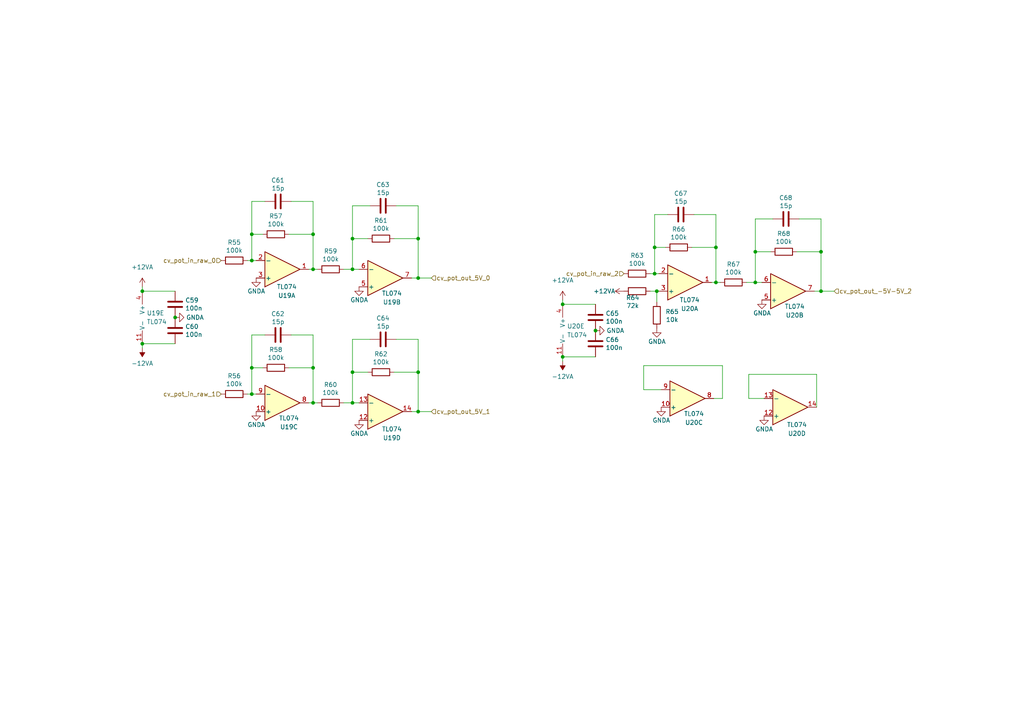
<source format=kicad_sch>
(kicad_sch (version 20211123) (generator eeschema)
  (paper "A4")
  (lib_symbols
    (symbol "Amplifier_Operational:TL074" (pin_names (offset 0.127))
      (property "Reference" "U" (at 0 5.08 0))
      (property "Value" "TL074" (at 0 -5.08 0))
      (symbol "TL074_1_1"
        (polyline (pts (xy -5.08 5.08) (xy 5.08 0) (xy -5.08 -5.08) (xy -5.08 5.08)) (stroke (width 0.254)) (fill (type background)))
        (pin output line (at 7.62 0 180) (length 2.54) (name "~") (number "1"))
        (pin input line (at -7.62 -2.54 0) (length 2.54) (name "-") (number "2"))
        (pin input line (at -7.62 2.54 0) (length 2.54) (name "+") (number "3"))
      )
      (symbol "TL074_2_1"
        (polyline (pts (xy -5.08 5.08) (xy 5.08 0) (xy -5.08 -5.08) (xy -5.08 5.08)) (stroke (width 0.254)) (fill (type background)))
        (pin input line (at -7.62 2.54 0) (length 2.54) (name "+") (number "5"))
        (pin input line (at -7.62 -2.54 0) (length 2.54) (name "-") (number "6"))
        (pin output line (at 7.62 0 180) (length 2.54) (name "~") (number "7"))
      )
      (symbol "TL074_3_1"
        (polyline (pts (xy -5.08 5.08) (xy 5.08 0) (xy -5.08 -5.08) (xy -5.08 5.08)) (stroke (width 0.254)) (fill (type background)))
        (pin input line (at -7.62 2.54 0) (length 2.54) (name "+") (number "10"))
        (pin output line (at 7.62 0 180) (length 2.54) (name "~") (number "8"))
        (pin input line (at -7.62 -2.54 0) (length 2.54) (name "-") (number "9"))
      )
      (symbol "TL074_4_1"
        (polyline (pts (xy -5.08 5.08) (xy 5.08 0) (xy -5.08 -5.08) (xy -5.08 5.08)) (stroke (width 0.254)) (fill (type background)))
        (pin input line (at -7.62 2.54 0) (length 2.54) (name "+") (number "12"))
        (pin input line (at -7.62 -2.54 0) (length 2.54) (name "-") (number "13"))
        (pin output line (at 7.62 0 180) (length 2.54) (name "~") (number "14"))
      )
      (symbol "TL074_5_1"
        (pin power_in line (at -2.54 -7.62 90) (length 3.81) (name "V-") (number "11"))
        (pin power_in line (at -2.54 7.62 270) (length 3.81) (name "V+") (number "4"))
      )
    )
    (symbol "Device:C" (pin_numbers hide) (pin_names (offset 0.254))
      (property "Reference" "C" (at 0.635 2.54 0))
      (property "Value" "C" (at 0.635 -2.54 0))
      (symbol "C_0_1"
        (polyline (pts (xy -2.032 -0.762) (xy 2.032 -0.762)) (stroke (width 0.508)))
        (polyline (pts (xy -2.032 0.762) (xy 2.032 0.762)) (stroke (width 0.508)))
      )
      (symbol "C_1_1"
        (pin passive line (at 0 3.81 270) (length 2.794) (name "~") (number "1"))
        (pin passive line (at 0 -3.81 90) (length 2.794) (name "~") (number "2"))
      )
    )
    (symbol "Device:R" (pin_numbers hide) (pin_names (offset 0))
      (property "Reference" "R" (at 2.032 0 90))
      (property "Value" "R" (at 0 0 90))
      (symbol "R_0_1"
        (rectangle (start -1.016 -2.54) (end 1.016 2.54) (stroke (width 0.254)))
      )
      (symbol "R_1_1"
        (pin passive line (at 0 3.81 270) (length 1.27) (name "~") (number "1"))
        (pin passive line (at 0 -3.81 90) (length 1.27) (name "~") (number "2"))
      )
    )
    (symbol "power:+12VA" (power) (pin_names (offset 0))
      (property "Value" "+12VA" (at 0 3.556 0))
      (symbol "+12VA_0_1"
        (polyline (pts (xy -0.762 1.27) (xy 0 2.54)))
        (polyline (pts (xy 0 0) (xy 0 2.54)))
        (polyline (pts (xy 0 2.54) (xy 0.762 1.27)))
      )
      (symbol "+12VA_1_1"
        (pin power_in line (at 0 0 90) (length 0) hide (name "+12VA") (number "1"))
      )
    )
    (symbol "power:-12VA" (power) (pin_names (offset 0))
      (property "Value" "-12VA" (at 0 3.556 0))
      (symbol "-12VA_0_0"
        (pin power_in line (at 0 0 90) (length 0) hide (name "-12VA") (number "1"))
      )
      (symbol "-12VA_0_1"
        (polyline (pts (xy 0 0) (xy 0 1.27) (xy 0.762 1.27) (xy 0 2.54) (xy -0.762 1.27) (xy 0 1.27)) (fill (type outline)))
      )
    )
    (symbol "power:GNDA" (power) (pin_names (offset 0))
      (property "Value" "GNDA" (at 0 -3.81 0))
      (symbol "GNDA_0_1"
        (polyline (pts (xy 0 0) (xy 0 -1.27) (xy 1.27 -1.27) (xy 0 -2.54) (xy -1.27 -1.27) (xy 0 -1.27)))
      )
      (symbol "GNDA_1_1"
        (pin power_in line (at 0 0 270) (length 0) hide (name "GNDA") (number "1"))
      )
    )
  )
  (junction (at 102.235 69.215))
  (junction (at 73.025 67.945))
  (junction (at 238.125 73.025))
  (junction (at 190.5 84.455))
  (junction (at 102.235 107.95))
  (junction (at 163.195 103.505))
  (junction (at 219.075 73.025))
  (junction (at 207.645 81.915))
  (junction (at 189.865 71.755))
  (junction (at 189.865 79.375))
  (junction (at 102.235 78.105))
  (junction (at 172.72 95.885))
  (junction (at 50.8 92.075))
  (junction (at 73.025 114.3))
  (junction (at 41.275 84.455))
  (junction (at 121.285 107.95))
  (junction (at 90.805 106.68))
  (junction (at 121.285 119.38))
  (junction (at 73.025 106.68))
  (junction (at 207.645 71.755))
  (junction (at 219.075 81.915))
  (junction (at 121.285 69.215))
  (junction (at 41.275 99.695))
  (junction (at 73.025 75.565))
  (junction (at 90.805 116.84))
  (junction (at 163.195 88.265))
  (junction (at 121.285 80.645))
  (junction (at 238.125 84.455))
  (junction (at 90.805 67.945))
  (junction (at 102.235 116.84))
  (junction (at 90.805 78.105))
  (wire (pts (xy 102.235 69.215) (xy 106.68 69.215)))
  (wire (pts (xy 107.315 59.69) (xy 102.235 59.69)))
  (wire (pts (xy 186.69 106.045) (xy 209.55 106.045)))
  (wire (pts (xy 90.805 106.68) (xy 90.805 116.84)))
  (wire (pts (xy 71.755 75.565) (xy 73.025 75.565)))
  (wire (pts (xy 90.805 78.105) (xy 89.535 78.105)))
  (wire (pts (xy 201.295 62.23) (xy 207.645 62.23)))
  (wire (pts (xy 99.695 78.105) (xy 102.235 78.105)))
  (wire (pts (xy 121.285 69.215) (xy 121.285 80.645)))
  (wire (pts (xy 238.125 73.025) (xy 238.125 84.455)))
  (wire (pts (xy 224.155 63.5) (xy 219.075 63.5)))
  (wire (pts (xy 207.645 81.915) (xy 208.915 81.915)))
  (wire (pts (xy 99.695 116.84) (xy 102.235 116.84)))
  (wire (pts (xy 217.17 115.57) (xy 221.615 115.57)))
  (wire (pts (xy 231.14 73.025) (xy 238.125 73.025)))
  (wire (pts (xy 190.5 84.455) (xy 188.595 84.455)))
  (wire (pts (xy 172.72 103.505) (xy 163.195 103.505)))
  (wire (pts (xy 217.17 115.57) (xy 217.17 108.585)))
  (wire (pts (xy 102.235 69.215) (xy 102.235 78.105)))
  (wire (pts (xy 207.01 115.57) (xy 209.55 115.57)))
  (wire (pts (xy 163.195 86.995) (xy 163.195 88.265)))
  (wire (pts (xy 163.195 88.265) (xy 172.72 88.265)))
  (wire (pts (xy 189.865 71.755) (xy 193.04 71.755)))
  (wire (pts (xy 102.235 107.95) (xy 106.68 107.95)))
  (wire (pts (xy 73.025 106.68) (xy 76.2 106.68)))
  (wire (pts (xy 121.285 119.38) (xy 119.38 119.38)))
  (wire (pts (xy 207.645 62.23) (xy 207.645 71.755)))
  (wire (pts (xy 207.645 81.915) (xy 206.375 81.915)))
  (wire (pts (xy 76.835 97.155) (xy 73.025 97.155)))
  (wire (pts (xy 83.82 67.945) (xy 90.805 67.945)))
  (wire (pts (xy 189.865 62.23) (xy 189.865 71.755)))
  (wire (pts (xy 190.5 84.455) (xy 190.5 87.63)))
  (wire (pts (xy 188.595 79.375) (xy 189.865 79.375)))
  (wire (pts (xy 102.235 107.95) (xy 102.235 116.84)))
  (wire (pts (xy 231.775 63.5) (xy 238.125 63.5)))
  (wire (pts (xy 90.805 67.945) (xy 90.805 78.105)))
  (wire (pts (xy 107.315 98.425) (xy 102.235 98.425)))
  (wire (pts (xy 73.025 75.565) (xy 74.295 75.565)))
  (wire (pts (xy 83.82 106.68) (xy 90.805 106.68)))
  (wire (pts (xy 73.025 67.945) (xy 76.2 67.945)))
  (wire (pts (xy 90.805 97.155) (xy 90.805 106.68)))
  (wire (pts (xy 41.275 84.455) (xy 50.8 84.455)))
  (wire (pts (xy 90.805 78.105) (xy 92.075 78.105)))
  (wire (pts (xy 76.835 58.42) (xy 73.025 58.42)))
  (wire (pts (xy 41.275 83.185) (xy 41.275 84.455)))
  (wire (pts (xy 186.69 113.03) (xy 191.77 113.03)))
  (wire (pts (xy 73.025 97.155) (xy 73.025 106.68)))
  (wire (pts (xy 236.855 108.585) (xy 236.855 118.11)))
  (wire (pts (xy 73.025 114.3) (xy 74.295 114.3)))
  (wire (pts (xy 209.55 106.045) (xy 209.55 115.57)))
  (wire (pts (xy 102.235 78.105) (xy 104.14 78.105)))
  (wire (pts (xy 90.805 58.42) (xy 90.805 67.945)))
  (wire (pts (xy 219.075 63.5) (xy 219.075 73.025)))
  (wire (pts (xy 190.5 84.455) (xy 191.135 84.455)))
  (wire (pts (xy 200.66 71.755) (xy 207.645 71.755)))
  (wire (pts (xy 102.235 59.69) (xy 102.235 69.215)))
  (wire (pts (xy 219.075 73.025) (xy 223.52 73.025)))
  (wire (pts (xy 114.3 69.215) (xy 121.285 69.215)))
  (wire (pts (xy 41.275 100.965) (xy 41.275 99.695)))
  (wire (pts (xy 73.025 58.42) (xy 73.025 67.945)))
  (wire (pts (xy 163.195 104.775) (xy 163.195 103.505)))
  (wire (pts (xy 121.285 98.425) (xy 121.285 107.95)))
  (wire (pts (xy 186.69 113.03) (xy 186.69 106.045)))
  (wire (pts (xy 121.285 107.95) (xy 121.285 119.38)))
  (wire (pts (xy 193.675 62.23) (xy 189.865 62.23)))
  (wire (pts (xy 71.755 114.3) (xy 73.025 114.3)))
  (wire (pts (xy 84.455 58.42) (xy 90.805 58.42)))
  (wire (pts (xy 121.285 119.38) (xy 125.095 119.38)))
  (wire (pts (xy 114.3 107.95) (xy 121.285 107.95)))
  (wire (pts (xy 73.025 75.565) (xy 73.025 67.945)))
  (wire (pts (xy 102.235 98.425) (xy 102.235 107.95)))
  (wire (pts (xy 102.235 116.84) (xy 104.14 116.84)))
  (wire (pts (xy 73.025 114.3) (xy 73.025 106.68)))
  (wire (pts (xy 50.8 99.695) (xy 41.275 99.695)))
  (wire (pts (xy 189.865 79.375) (xy 189.865 71.755)))
  (wire (pts (xy 90.805 116.84) (xy 92.075 116.84)))
  (wire (pts (xy 121.285 59.69) (xy 121.285 69.215)))
  (wire (pts (xy 217.17 108.585) (xy 236.855 108.585)))
  (wire (pts (xy 219.075 81.915) (xy 220.98 81.915)))
  (wire (pts (xy 238.125 63.5) (xy 238.125 73.025)))
  (wire (pts (xy 207.645 71.755) (xy 207.645 81.915)))
  (wire (pts (xy 90.805 116.84) (xy 89.535 116.84)))
  (wire (pts (xy 114.935 98.425) (xy 121.285 98.425)))
  (wire (pts (xy 121.285 80.645) (xy 125.095 80.645)))
  (wire (pts (xy 114.935 59.69) (xy 121.285 59.69)))
  (wire (pts (xy 189.865 79.375) (xy 191.135 79.375)))
  (wire (pts (xy 84.455 97.155) (xy 90.805 97.155)))
  (wire (pts (xy 238.125 84.455) (xy 241.935 84.455)))
  (wire (pts (xy 219.075 73.025) (xy 219.075 81.915)))
  (wire (pts (xy 238.125 84.455) (xy 236.22 84.455)))
  (wire (pts (xy 121.285 80.645) (xy 119.38 80.645)))
  (wire (pts (xy 216.535 81.915) (xy 219.075 81.915)))
  (hierarchical_label "cv_pot_out_-5V-5V_2" (shape input) (at 241.935 84.455 0))
  (hierarchical_label "cv_pot_in_raw_1" (shape input) (at 64.135 114.3 180))
  (hierarchical_label "cv_pot_out_5V_1" (shape input) (at 125.095 119.38 0))
  (hierarchical_label "cv_pot_out_5V_0" (shape input) (at 125.095 80.645 0))
  (hierarchical_label "cv_pot_in_raw_0" (shape input) (at 64.135 75.565 180))
  (hierarchical_label "cv_pot_in_raw_2" (shape input) (at 180.975 79.375 180))
  (symbol (lib_id "Device:R") (at 110.49 107.95 270) (unit 1)
    (property "Reference" "R62" (at 110.49 102.6922 90))
    (property "Value" "100k" (at 110.49 105.0036 90))
    (property "Footprint" "Resistor_SMD:R_0603_1608Metric" (effects hide))
    (property "LCSC" "C25804" (effects hide))
  )
  (symbol (lib_id "Device:R") (at 95.885 116.84 270) (unit 1)
    (property "Reference" "R60" (at 95.885 111.5822 90))
    (property "Value" "100k" (at 95.885 113.8936 90))
    (property "Footprint" "Resistor_SMD:R_0603_1608Metric" (effects hide))
    (property "LCSC" "C25804" (effects hide))
  )
  (symbol (lib_id "Device:R") (at 80.01 67.945 270) (unit 1)
    (property "Reference" "R57" (at 80.01 62.6872 90))
    (property "Value" "100k" (at 80.01 64.9986 90))
    (property "Footprint" "Resistor_SMD:R_0603_1608Metric" (effects hide))
    (property "LCSC" "C25804" (effects hide))
  )
  (symbol (lib_id "power:+12VA") (at 180.975 84.455 90) (unit 1)
    (property "Reference" "#PWR0146" (effects hide))
    (property "Value" "+12VA" (at 172.085 84.455 90) (effects (justify right)))
  )
  (symbol (lib_id "power:GNDA") (at 104.14 121.92 0) (mirror y) (unit 1)
    (property "Reference" "#PWR0173" (effects hide))
    (property "Value" "GNDA" (at 101.6 125.73 0) (effects (justify right)))
  )
  (symbol (lib_id "Device:C") (at 80.645 58.42 90) (unit 1)
    (property "Reference" "C61" (at 82.55 52.2986 90) (effects (justify left)))
    (property "Value" "15p" (at 82.55 54.61 90) (effects (justify left)))
    (property "Footprint" "Capacitor_SMD:C_0603_1608Metric" (effects hide))
    (property "LCSC" "C14663" (effects hide))
  )
  (symbol (lib_id "Device:R") (at 227.33 73.025 270) (unit 1)
    (property "Reference" "R68" (at 227.33 67.7672 90))
    (property "Value" "100k" (at 227.33 70.0786 90))
    (property "Footprint" "Resistor_SMD:R_0603_1608Metric" (effects hide))
    (property "LCSC" "C25804" (effects hide))
  )
  (symbol (lib_id "power:GNDA") (at 74.295 119.38 0) (mirror y) (unit 1)
    (property "Reference" "#PWR0171" (effects hide))
    (property "Value" "GNDA" (at 71.755 123.19 0) (effects (justify right)))
  )
  (symbol (lib_id "Device:C") (at 111.125 98.425 90) (unit 1)
    (property "Reference" "C64" (at 113.03 92.3036 90) (effects (justify left)))
    (property "Value" "15p" (at 113.03 94.615 90) (effects (justify left)))
    (property "Footprint" "Capacitor_SMD:C_0603_1608Metric" (effects hide))
    (property "LCSC" "C14663" (effects hide))
  )
  (symbol (lib_id "Device:C") (at 50.8 88.265 0) (unit 1)
    (property "Reference" "C59" (at 53.721 87.0966 0) (effects (justify left)))
    (property "Value" "100n" (at 53.721 89.408 0) (effects (justify left)))
    (property "Footprint" "Capacitor_SMD:C_0603_1608Metric" (effects hide))
    (property "LCSC" "C14663" (effects hide))
  )
  (symbol (lib_id "Device:R") (at 110.49 69.215 270) (unit 1)
    (property "Reference" "R61" (at 110.49 63.9572 90))
    (property "Value" "100k" (at 110.49 66.2686 90))
    (property "Footprint" "Resistor_SMD:R_0603_1608Metric" (effects hide))
    (property "LCSC" "C25804" (effects hide))
  )
  (symbol (lib_id "Device:C") (at 227.965 63.5 90) (unit 1)
    (property "Reference" "C68" (at 229.87 57.3786 90) (effects (justify left)))
    (property "Value" "15p" (at 229.87 59.69 90) (effects (justify left)))
    (property "Footprint" "Capacitor_SMD:C_0603_1608Metric" (effects hide))
    (property "LCSC" "C14663" (effects hide))
  )
  (symbol (lib_id "power:GNDA") (at 221.615 120.65 0) (mirror y) (unit 1)
    (property "Reference" "#PWR0178" (effects hide))
    (property "Value" "GNDA" (at 219.075 124.46 0) (effects (justify right)))
  )
  (symbol (lib_id "Amplifier_Operational:TL074") (at 111.76 119.38 0) (mirror x) (unit 4)
    (property "Reference" "U19" (at 113.665 127 0))
    (property "Value" "TL074" (at 113.665 124.46 0))
    (property "Footprint" "TL074HIDYYR:SOP50P326X110-14N" (effects hide))
    (property "Datasheet" "http://www.ti.com/lit/ds/symlink/tl071.pdf" (effects hide))
  )
  (symbol (lib_id "Amplifier_Operational:TL074") (at 81.915 78.105 0) (mirror x) (unit 1)
    (property "Reference" "U19" (at 83.185 85.725 0))
    (property "Value" "TL074" (at 83.185 83.185 0))
    (property "Footprint" "TL074HIDYYR:SOP50P326X110-14N" (effects hide))
    (property "Datasheet" "http://www.ti.com/lit/ds/symlink/tl071.pdf" (effects hide))
  )
  (symbol (lib_id "Device:R") (at 212.725 81.915 270) (unit 1)
    (property "Reference" "R67" (at 212.725 76.6572 90))
    (property "Value" "100k" (at 212.725 78.9686 90))
    (property "Footprint" "Resistor_SMD:R_0603_1608Metric" (effects hide))
    (property "LCSC" "C25804" (effects hide))
  )
  (symbol (lib_id "Amplifier_Operational:TL074") (at 81.915 116.84 0) (mirror x) (unit 3)
    (property "Reference" "U19" (at 83.82 123.825 0))
    (property "Value" "TL074" (at 83.82 121.285 0))
    (property "Footprint" "TL074HIDYYR:SOP50P326X110-14N" (effects hide))
    (property "Datasheet" "http://www.ti.com/lit/ds/symlink/tl071.pdf" (effects hide))
  )
  (symbol (lib_id "power:GNDA") (at 172.72 95.885 90) (mirror x) (unit 1)
    (property "Reference" "#PWR0174" (effects hide))
    (property "Value" "GNDA" (at 175.895 95.885 90) (effects (justify right)))
  )
  (symbol (lib_id "Device:C") (at 50.8 95.885 0) (unit 1)
    (property "Reference" "C60" (at 53.721 94.7166 0) (effects (justify left)))
    (property "Value" "100n" (at 53.721 97.028 0) (effects (justify left)))
    (property "Footprint" "Capacitor_SMD:C_0603_1608Metric" (effects hide))
    (property "LCSC" "C14663" (effects hide))
  )
  (symbol (lib_id "Device:R") (at 80.01 106.68 270) (unit 1)
    (property "Reference" "R58" (at 80.01 101.4222 90))
    (property "Value" "100k" (at 80.01 103.7336 90))
    (property "Footprint" "Resistor_SMD:R_0603_1608Metric" (effects hide))
    (property "LCSC" "C25804" (effects hide))
  )
  (symbol (lib_id "Device:R") (at 67.945 114.3 270) (unit 1)
    (property "Reference" "R56" (at 67.945 109.0422 90))
    (property "Value" "100k" (at 67.945 111.3536 90))
    (property "Footprint" "Resistor_SMD:R_0603_1608Metric" (effects hide))
    (property "LCSC" "C25804" (effects hide))
  )
  (symbol (lib_id "Device:C") (at 80.645 97.155 90) (unit 1)
    (property "Reference" "C62" (at 82.55 91.0336 90) (effects (justify left)))
    (property "Value" "15p" (at 82.55 93.345 90) (effects (justify left)))
    (property "Footprint" "Capacitor_SMD:C_0603_1608Metric" (effects hide))
    (property "LCSC" "C14663" (effects hide))
  )
  (symbol (lib_id "power:-12VA") (at 41.275 100.965 0) (mirror x) (unit 1)
    (property "Reference" "#PWR0137" (effects hide))
    (property "Value" "-12VA" (at 41.275 105.41 0))
  )
  (symbol (lib_id "Device:C") (at 197.485 62.23 90) (unit 1)
    (property "Reference" "C67" (at 199.39 56.1086 90) (effects (justify left)))
    (property "Value" "15p" (at 199.39 58.42 90) (effects (justify left)))
    (property "Footprint" "Capacitor_SMD:C_0603_1608Metric" (effects hide))
    (property "LCSC" "C14663" (effects hide))
  )
  (symbol (lib_id "Device:R") (at 184.785 79.375 270) (unit 1)
    (property "Reference" "R63" (at 184.785 74.1172 90))
    (property "Value" "100k" (at 184.785 76.4286 90))
    (property "Footprint" "Resistor_SMD:R_0603_1608Metric" (effects hide))
    (property "LCSC" "C25804" (effects hide))
  )
  (symbol (lib_id "Amplifier_Operational:TL074") (at 111.76 80.645 0) (mirror x) (unit 2)
    (property "Reference" "U19" (at 113.665 87.63 0))
    (property "Value" "TL074" (at 113.665 85.09 0))
    (property "Footprint" "TL074HIDYYR:SOP50P326X110-14N" (effects hide))
    (property "Datasheet" "http://www.ti.com/lit/ds/symlink/tl071.pdf" (effects hide))
  )
  (symbol (lib_id "power:-12VA") (at 163.195 104.775 0) (mirror x) (unit 1)
    (property "Reference" "#PWR0144" (effects hide))
    (property "Value" "-12VA" (at 163.195 109.22 0))
  )
  (symbol (lib_id "Device:C") (at 111.125 59.69 90) (unit 1)
    (property "Reference" "C63" (at 113.03 53.5686 90) (effects (justify left)))
    (property "Value" "15p" (at 113.03 55.88 90) (effects (justify left)))
    (property "Footprint" "Capacitor_SMD:C_0603_1608Metric" (effects hide))
    (property "LCSC" "C14663" (effects hide))
  )
  (symbol (lib_id "power:GNDA") (at 104.14 83.185 0) (mirror y) (unit 1)
    (property "Reference" "#PWR0172" (effects hide))
    (property "Value" "GNDA" (at 101.6 86.995 0) (effects (justify right)))
  )
  (symbol (lib_id "Amplifier_Operational:TL074") (at 43.815 92.075 0) (unit 5)
    (property "Reference" "U19" (at 42.545 90.8049 0) (effects (justify left)))
    (property "Value" "TL074" (at 42.545 93.3449 0) (effects (justify left)))
    (property "Footprint" "TL074HIDYYR:SOP50P326X110-14N" (effects hide))
    (property "Datasheet" "http://www.ti.com/lit/ds/symlink/tl071.pdf" (effects hide))
  )
  (symbol (lib_id "Amplifier_Operational:TL074") (at 228.6 84.455 0) (mirror x) (unit 2)
    (property "Reference" "U20" (at 230.505 91.44 0))
    (property "Value" "TL074" (at 230.505 88.9 0))
    (property "Footprint" "TL074HIDYYR:SOP50P326X110-14N" (effects hide))
    (property "Datasheet" "http://www.ti.com/lit/ds/symlink/tl071.pdf" (effects hide))
  )
  (symbol (lib_id "Device:R") (at 196.85 71.755 270) (unit 1)
    (property "Reference" "R66" (at 196.85 66.4972 90))
    (property "Value" "100k" (at 196.85 68.8086 90))
    (property "Footprint" "Resistor_SMD:R_0603_1608Metric" (effects hide))
    (property "LCSC" "C25804" (effects hide))
  )
  (symbol (lib_id "Amplifier_Operational:TL074") (at 229.235 118.11 0) (mirror x) (unit 4)
    (property "Reference" "U20" (at 231.14 125.73 0))
    (property "Value" "TL074" (at 231.14 123.19 0))
    (property "Footprint" "TL074HIDYYR:SOP50P326X110-14N" (effects hide))
    (property "Datasheet" "http://www.ti.com/lit/ds/symlink/tl071.pdf" (effects hide))
  )
  (symbol (lib_id "power:GNDA") (at 50.8 92.075 90) (mirror x) (unit 1)
    (property "Reference" "#PWR0168" (effects hide))
    (property "Value" "GNDA" (at 53.975 92.075 90) (effects (justify right)))
  )
  (symbol (lib_id "Amplifier_Operational:TL074") (at 199.39 115.57 0) (mirror x) (unit 3)
    (property "Reference" "U20" (at 201.295 122.555 0))
    (property "Value" "TL074" (at 201.295 120.015 0))
    (property "Footprint" "TL074HIDYYR:SOP50P326X110-14N" (effects hide))
    (property "Datasheet" "http://www.ti.com/lit/ds/symlink/tl071.pdf" (effects hide))
  )
  (symbol (lib_id "Amplifier_Operational:TL074") (at 165.735 95.885 0) (unit 5)
    (property "Reference" "U20" (at 164.465 94.6149 0) (effects (justify left)))
    (property "Value" "TL074" (at 164.465 97.1549 0) (effects (justify left)))
    (property "Footprint" "TL074HIDYYR:SOP50P326X110-14N" (effects hide))
    (property "Datasheet" "http://www.ti.com/lit/ds/symlink/tl071.pdf" (effects hide))
  )
  (symbol (lib_id "Device:C") (at 172.72 92.075 0) (unit 1)
    (property "Reference" "C65" (at 175.641 90.9066 0) (effects (justify left)))
    (property "Value" "100n" (at 175.641 93.218 0) (effects (justify left)))
    (property "Footprint" "Capacitor_SMD:C_0603_1608Metric" (effects hide))
    (property "LCSC" "C14663" (effects hide))
  )
  (symbol (lib_id "power:GNDA") (at 191.77 118.11 0) (mirror y) (unit 1)
    (property "Reference" "#PWR0176" (effects hide))
    (property "Value" "GNDA" (at 189.23 121.92 0) (effects (justify right)))
  )
  (symbol (lib_id "power:GNDA") (at 74.295 80.645 0) (mirror y) (unit 1)
    (property "Reference" "#PWR0169" (effects hide))
    (property "Value" "GNDA" (at 71.755 84.455 0) (effects (justify right)))
  )
  (symbol (lib_id "power:GNDA") (at 220.98 86.995 0) (mirror y) (unit 1)
    (property "Reference" "#PWR0177" (effects hide))
    (property "Value" "GNDA" (at 218.44 90.805 0) (effects (justify right)))
  )
  (symbol (lib_id "power:+12VA") (at 163.195 86.995 0) (unit 1)
    (property "Reference" "#PWR0143" (effects hide))
    (property "Value" "+12VA" (at 163.195 81.28 0))
  )
  (symbol (lib_id "Amplifier_Operational:TL074") (at 198.755 81.915 0) (mirror x) (unit 1)
    (property "Reference" "U20" (at 200.025 89.535 0))
    (property "Value" "TL074" (at 200.025 86.995 0))
    (property "Footprint" "TL074HIDYYR:SOP50P326X110-14N" (effects hide))
    (property "Datasheet" "http://www.ti.com/lit/ds/symlink/tl071.pdf" (effects hide))
  )
  (symbol (lib_id "Device:R") (at 190.5 91.44 0) (unit 1)
    (property "Reference" "R65" (at 194.945 90.3986 0))
    (property "Value" "10k" (at 194.945 92.71 0))
    (property "Footprint" "Resistor_SMD:R_0603_1608Metric" (effects hide))
    (property "LCSC" "C25804" (effects hide))
  )
  (symbol (lib_id "Device:C") (at 172.72 99.695 0) (unit 1)
    (property "Reference" "C66" (at 175.641 98.5266 0) (effects (justify left)))
    (property "Value" "100n" (at 175.641 100.838 0) (effects (justify left)))
    (property "Footprint" "Capacitor_SMD:C_0603_1608Metric" (effects hide))
    (property "LCSC" "C14663" (effects hide))
  )
  (symbol (lib_id "Device:R") (at 184.785 84.455 270) (unit 1)
    (property "Reference" "R64" (at 183.515 86.36 90))
    (property "Value" "72k" (at 183.515 88.6714 90))
    (property "Footprint" "Resistor_SMD:R_0603_1608Metric" (effects hide))
    (property "LCSC" "C25804" (effects hide))
  )
  (symbol (lib_id "power:GNDA") (at 190.5 95.25 0) (mirror y) (unit 1)
    (property "Reference" "#PWR0175" (effects hide))
    (property "Value" "GNDA" (at 187.96 99.06 0) (effects (justify right)))
  )
  (symbol (lib_id "Device:R") (at 67.945 75.565 270) (unit 1)
    (property "Reference" "R55" (at 67.945 70.3072 90))
    (property "Value" "100k" (at 67.945 72.6186 90))
    (property "Footprint" "Resistor_SMD:R_0603_1608Metric" (effects hide))
    (property "LCSC" "C25804" (effects hide))
  )
  (symbol (lib_id "Device:R") (at 95.885 78.105 270) (unit 1)
    (property "Reference" "R59" (at 95.885 72.8472 90))
    (property "Value" "100k" (at 95.885 75.1586 90))
    (property "Footprint" "Resistor_SMD:R_0603_1608Metric" (effects hide))
    (property "LCSC" "C25804" (effects hide))
  )
  (symbol (lib_id "power:+12VA") (at 41.275 83.185 0) (unit 1)
    (property "Reference" "#PWR0136" (effects hide))
    (property "Value" "+12VA" (at 41.275 77.47 0))
  )
)
</source>
